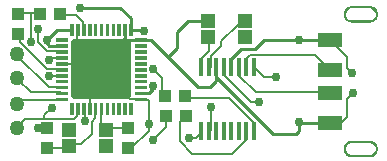
<source format=gbr>
G04 EAGLE Gerber RS-274X export*
G75*
%MOMM*%
%FSLAX34Y34*%
%LPD*%
%INTop Copper*%
%IPPOS*%
%AMOC8*
5,1,8,0,0,1.08239X$1,22.5*%
G01*
%ADD10R,1.100000X1.000000*%
%ADD11R,1.000000X1.100000*%
%ADD12C,0.508000*%
%ADD13C,0.075000*%
%ADD14R,1.300000X1.200000*%
%ADD15C,1.270000*%
%ADD16R,0.350000X1.550000*%
%ADD17R,2.000000X1.200000*%
%ADD18C,0.152400*%
%ADD19C,0.756400*%
%ADD20C,0.254000*%

G36*
X1264100Y459995D02*
X1264100Y459995D01*
X1264101Y459995D01*
X1265466Y460130D01*
X1265467Y460130D01*
X1266780Y460528D01*
X1266781Y460529D01*
X1266781Y460528D01*
X1267991Y461175D01*
X1267992Y461176D01*
X1269053Y462046D01*
X1269053Y462047D01*
X1269054Y462047D01*
X1269924Y463108D01*
X1269924Y463109D01*
X1269925Y463109D01*
X1270572Y464319D01*
X1270571Y464320D01*
X1270572Y464320D01*
X1270970Y465633D01*
X1270970Y465634D01*
X1271105Y467000D01*
X1271105Y467001D01*
X1270970Y468366D01*
X1270970Y468367D01*
X1270572Y469680D01*
X1270571Y469681D01*
X1270572Y469681D01*
X1269925Y470891D01*
X1269924Y470892D01*
X1269054Y471953D01*
X1269053Y471953D01*
X1269053Y471954D01*
X1267992Y472824D01*
X1267991Y472824D01*
X1267991Y472825D01*
X1266781Y473472D01*
X1266780Y473471D01*
X1266780Y473472D01*
X1265467Y473870D01*
X1265466Y473870D01*
X1264101Y474005D01*
X1264100Y474005D01*
X1249100Y474005D01*
X1247734Y473870D01*
X1247733Y473870D01*
X1246420Y473472D01*
X1246419Y473471D01*
X1246419Y473472D01*
X1245209Y472825D01*
X1245208Y472824D01*
X1244147Y471954D01*
X1244147Y471953D01*
X1244146Y471953D01*
X1243276Y470892D01*
X1243276Y470891D01*
X1243275Y470891D01*
X1242628Y469681D01*
X1242629Y469680D01*
X1242628Y469680D01*
X1242230Y468367D01*
X1242230Y468366D01*
X1242095Y467001D01*
X1242095Y467000D01*
X1242230Y465634D01*
X1242230Y465633D01*
X1242628Y464320D01*
X1242629Y464319D01*
X1242628Y464319D01*
X1243275Y463109D01*
X1243276Y463108D01*
X1244146Y462047D01*
X1244147Y462047D01*
X1244147Y462046D01*
X1245208Y461176D01*
X1245209Y461176D01*
X1245209Y461175D01*
X1246419Y460528D01*
X1246420Y460529D01*
X1246420Y460528D01*
X1247733Y460130D01*
X1247734Y460130D01*
X1249100Y459995D01*
X1264100Y459995D01*
X1264100Y459995D01*
G37*
G36*
X1264100Y345995D02*
X1264100Y345995D01*
X1264101Y345995D01*
X1265466Y346130D01*
X1265467Y346130D01*
X1266780Y346528D01*
X1266781Y346529D01*
X1266781Y346528D01*
X1267991Y347175D01*
X1267992Y347176D01*
X1269053Y348046D01*
X1269053Y348047D01*
X1269054Y348047D01*
X1269924Y349108D01*
X1269924Y349109D01*
X1269925Y349109D01*
X1270572Y350319D01*
X1270571Y350320D01*
X1270572Y350320D01*
X1270970Y351633D01*
X1270970Y351634D01*
X1271105Y353000D01*
X1271105Y353001D01*
X1270970Y354366D01*
X1270970Y354367D01*
X1270572Y355680D01*
X1270571Y355681D01*
X1270572Y355681D01*
X1269925Y356891D01*
X1269924Y356892D01*
X1269054Y357953D01*
X1269053Y357953D01*
X1269053Y357954D01*
X1267992Y358824D01*
X1267991Y358824D01*
X1267991Y358825D01*
X1266781Y359472D01*
X1266780Y359471D01*
X1266780Y359472D01*
X1265467Y359870D01*
X1265466Y359870D01*
X1264101Y360005D01*
X1264100Y360005D01*
X1249100Y360005D01*
X1247734Y359870D01*
X1247733Y359870D01*
X1246420Y359472D01*
X1246419Y359471D01*
X1246419Y359472D01*
X1245209Y358825D01*
X1245208Y358824D01*
X1244147Y357954D01*
X1244147Y357953D01*
X1244146Y357953D01*
X1243276Y356892D01*
X1243276Y356891D01*
X1243275Y356891D01*
X1242628Y355681D01*
X1242629Y355680D01*
X1242628Y355680D01*
X1242230Y354367D01*
X1242230Y354366D01*
X1242095Y353001D01*
X1242095Y353000D01*
X1242230Y351634D01*
X1242230Y351633D01*
X1242628Y350320D01*
X1242629Y350319D01*
X1242628Y350319D01*
X1243275Y349109D01*
X1243276Y349108D01*
X1244146Y348047D01*
X1244147Y348047D01*
X1244147Y348046D01*
X1245208Y347176D01*
X1245209Y347176D01*
X1245209Y347175D01*
X1246419Y346528D01*
X1246420Y346529D01*
X1246420Y346528D01*
X1247733Y346130D01*
X1247734Y346130D01*
X1249100Y345995D01*
X1264100Y345995D01*
X1264100Y345995D01*
G37*
%LPC*%
G36*
X1249100Y462005D02*
X1249100Y462005D01*
X1247989Y462130D01*
X1246933Y462500D01*
X1245986Y463095D01*
X1245195Y463886D01*
X1244600Y464833D01*
X1244230Y465889D01*
X1244105Y467000D01*
X1244106Y467009D01*
X1244107Y467014D01*
X1244107Y467019D01*
X1244108Y467024D01*
X1244108Y467029D01*
X1244109Y467034D01*
X1244109Y467039D01*
X1244110Y467044D01*
X1244111Y467049D01*
X1244113Y467074D01*
X1244114Y467079D01*
X1244114Y467084D01*
X1244115Y467089D01*
X1244116Y467094D01*
X1244116Y467099D01*
X1244117Y467104D01*
X1244117Y467109D01*
X1244120Y467133D01*
X1244120Y467134D01*
X1244121Y467138D01*
X1244121Y467139D01*
X1244121Y467143D01*
X1244122Y467148D01*
X1244122Y467153D01*
X1244123Y467158D01*
X1244123Y467163D01*
X1244124Y467168D01*
X1244127Y467193D01*
X1244127Y467198D01*
X1244128Y467203D01*
X1244128Y467208D01*
X1244129Y467213D01*
X1244130Y467218D01*
X1244130Y467223D01*
X1244131Y467228D01*
X1244133Y467253D01*
X1244134Y467253D01*
X1244134Y467258D01*
X1244135Y467263D01*
X1244135Y467268D01*
X1244136Y467273D01*
X1244136Y467278D01*
X1244137Y467283D01*
X1244137Y467288D01*
X1244138Y467292D01*
X1244138Y467293D01*
X1244140Y467312D01*
X1244141Y467317D01*
X1244141Y467322D01*
X1244142Y467327D01*
X1244142Y467332D01*
X1244143Y467337D01*
X1244144Y467342D01*
X1244144Y467347D01*
X1244145Y467352D01*
X1244147Y467372D01*
X1244147Y467377D01*
X1244148Y467377D01*
X1244147Y467377D01*
X1244148Y467382D01*
X1244149Y467387D01*
X1244149Y467392D01*
X1244150Y467397D01*
X1244150Y467402D01*
X1244151Y467407D01*
X1244151Y467412D01*
X1244154Y467432D01*
X1244154Y467437D01*
X1244155Y467442D01*
X1244155Y467447D01*
X1244156Y467451D01*
X1244156Y467452D01*
X1244156Y467456D01*
X1244156Y467457D01*
X1244157Y467461D01*
X1244158Y467466D01*
X1244158Y467471D01*
X1244160Y467491D01*
X1244161Y467496D01*
X1244161Y467501D01*
X1244162Y467501D01*
X1244161Y467501D01*
X1244162Y467506D01*
X1244163Y467511D01*
X1244163Y467516D01*
X1244164Y467521D01*
X1244164Y467526D01*
X1244165Y467531D01*
X1244167Y467551D01*
X1244168Y467556D01*
X1244168Y467561D01*
X1244169Y467566D01*
X1244169Y467571D01*
X1244170Y467576D01*
X1244170Y467581D01*
X1244171Y467586D01*
X1244172Y467591D01*
X1244174Y467610D01*
X1244174Y467611D01*
X1244174Y467615D01*
X1244174Y467616D01*
X1244175Y467620D01*
X1244175Y467625D01*
X1244176Y467625D01*
X1244175Y467625D01*
X1244176Y467630D01*
X1244177Y467635D01*
X1244177Y467640D01*
X1244178Y467645D01*
X1244178Y467650D01*
X1244181Y467670D01*
X1244181Y467675D01*
X1244182Y467680D01*
X1244182Y467685D01*
X1244183Y467690D01*
X1244183Y467695D01*
X1244184Y467700D01*
X1244184Y467705D01*
X1244185Y467710D01*
X1244187Y467730D01*
X1244188Y467735D01*
X1244188Y467740D01*
X1244189Y467745D01*
X1244189Y467750D01*
X1244190Y467750D01*
X1244189Y467750D01*
X1244190Y467755D01*
X1244191Y467760D01*
X1244191Y467765D01*
X1244192Y467769D01*
X1244192Y467770D01*
X1244195Y467794D01*
X1244195Y467799D01*
X1244196Y467804D01*
X1244196Y467809D01*
X1244197Y467814D01*
X1244197Y467819D01*
X1244198Y467824D01*
X1244198Y467829D01*
X1244201Y467854D01*
X1244202Y467859D01*
X1244202Y467864D01*
X1244203Y467869D01*
X1244203Y467874D01*
X1244204Y467874D01*
X1244203Y467874D01*
X1244204Y467879D01*
X1244205Y467884D01*
X1244205Y467889D01*
X1244208Y467914D01*
X1244209Y467919D01*
X1244209Y467924D01*
X1244210Y467928D01*
X1244210Y467929D01*
X1244210Y467933D01*
X1244210Y467934D01*
X1244211Y467938D01*
X1244211Y467943D01*
X1244212Y467948D01*
X1244212Y467953D01*
X1244215Y467973D01*
X1244215Y467978D01*
X1244216Y467983D01*
X1244216Y467988D01*
X1244217Y467993D01*
X1244217Y467998D01*
X1244218Y467998D01*
X1244217Y467998D01*
X1244218Y468003D01*
X1244219Y468008D01*
X1244219Y468013D01*
X1244221Y468033D01*
X1244222Y468038D01*
X1244223Y468043D01*
X1244223Y468048D01*
X1244224Y468053D01*
X1244224Y468058D01*
X1244225Y468063D01*
X1244225Y468068D01*
X1244226Y468073D01*
X1244228Y468092D01*
X1244228Y468093D01*
X1244229Y468097D01*
X1244229Y468102D01*
X1244230Y468107D01*
X1244230Y468111D01*
X1244600Y469167D01*
X1245195Y470114D01*
X1245986Y470905D01*
X1246933Y471500D01*
X1247989Y471870D01*
X1249100Y471995D01*
X1264100Y471995D01*
X1265211Y471870D01*
X1266267Y471500D01*
X1267214Y470905D01*
X1268005Y470114D01*
X1268600Y469167D01*
X1268970Y468111D01*
X1269095Y467000D01*
X1269095Y466997D01*
X1269094Y466992D01*
X1269094Y466987D01*
X1269093Y466987D01*
X1269094Y466987D01*
X1269093Y466982D01*
X1269092Y466977D01*
X1269092Y466972D01*
X1269091Y466967D01*
X1269089Y466947D01*
X1269088Y466942D01*
X1269088Y466937D01*
X1269087Y466932D01*
X1269087Y466927D01*
X1269086Y466922D01*
X1269086Y466917D01*
X1269085Y466912D01*
X1269085Y466907D01*
X1269082Y466887D01*
X1269082Y466882D01*
X1269081Y466877D01*
X1269081Y466872D01*
X1269080Y466867D01*
X1269080Y466862D01*
X1269079Y466862D01*
X1269080Y466862D01*
X1269079Y466858D01*
X1269079Y466857D01*
X1269078Y466853D01*
X1269078Y466852D01*
X1269078Y466848D01*
X1269076Y466828D01*
X1269075Y466823D01*
X1269074Y466818D01*
X1269074Y466813D01*
X1269073Y466808D01*
X1269073Y466803D01*
X1269072Y466798D01*
X1269072Y466793D01*
X1269071Y466788D01*
X1269068Y466763D01*
X1269068Y466758D01*
X1269067Y466753D01*
X1269067Y466748D01*
X1269066Y466743D01*
X1269066Y466738D01*
X1269065Y466738D01*
X1269066Y466738D01*
X1269065Y466733D01*
X1269064Y466728D01*
X1269062Y466703D01*
X1269061Y466699D01*
X1269061Y466698D01*
X1269060Y466694D01*
X1269060Y466693D01*
X1269060Y466689D01*
X1269059Y466684D01*
X1269059Y466679D01*
X1269058Y466674D01*
X1269058Y466669D01*
X1269055Y466644D01*
X1269054Y466639D01*
X1269054Y466634D01*
X1269053Y466629D01*
X1269053Y466624D01*
X1269052Y466619D01*
X1269052Y466614D01*
X1269051Y466614D01*
X1269052Y466614D01*
X1269051Y466609D01*
X1269048Y466584D01*
X1269048Y466579D01*
X1269047Y466574D01*
X1269046Y466569D01*
X1269046Y466564D01*
X1269045Y466559D01*
X1269045Y466554D01*
X1269044Y466549D01*
X1269044Y466544D01*
X1269041Y466525D01*
X1269041Y466520D01*
X1269040Y466515D01*
X1269040Y466510D01*
X1269039Y466505D01*
X1269039Y466500D01*
X1269038Y466495D01*
X1269038Y466490D01*
X1269037Y466490D01*
X1269038Y466490D01*
X1269037Y466485D01*
X1269035Y466465D01*
X1269034Y466460D01*
X1269034Y466455D01*
X1269033Y466450D01*
X1269032Y466445D01*
X1269032Y466440D01*
X1269031Y466435D01*
X1269031Y466430D01*
X1269030Y466425D01*
X1269028Y466405D01*
X1269027Y466400D01*
X1269027Y466395D01*
X1269026Y466390D01*
X1269026Y466385D01*
X1269025Y466381D01*
X1269025Y466380D01*
X1269025Y466376D01*
X1269025Y466375D01*
X1269024Y466371D01*
X1269024Y466366D01*
X1269023Y466366D01*
X1269024Y466366D01*
X1269021Y466346D01*
X1269021Y466341D01*
X1269020Y466336D01*
X1269020Y466331D01*
X1269019Y466326D01*
X1269018Y466321D01*
X1269018Y466316D01*
X1269017Y466311D01*
X1269017Y466306D01*
X1269015Y466286D01*
X1269014Y466281D01*
X1269013Y466276D01*
X1269013Y466271D01*
X1269012Y466266D01*
X1269012Y466261D01*
X1269011Y466256D01*
X1269011Y466251D01*
X1269010Y466246D01*
X1269008Y466226D01*
X1269007Y466222D01*
X1269007Y466221D01*
X1269007Y466217D01*
X1269007Y466216D01*
X1269006Y466212D01*
X1269006Y466207D01*
X1269005Y466202D01*
X1269004Y466197D01*
X1269004Y466192D01*
X1269003Y466187D01*
X1269001Y466167D01*
X1269001Y466162D01*
X1269000Y466157D01*
X1268999Y466152D01*
X1268999Y466147D01*
X1268998Y466142D01*
X1268998Y466137D01*
X1268997Y466132D01*
X1268997Y466127D01*
X1268994Y466107D01*
X1268994Y466102D01*
X1268993Y466097D01*
X1268993Y466092D01*
X1268992Y466087D01*
X1268992Y466082D01*
X1268991Y466077D01*
X1268990Y466072D01*
X1268990Y466067D01*
X1268987Y466043D01*
X1268987Y466038D01*
X1268986Y466033D01*
X1268985Y466028D01*
X1268985Y466023D01*
X1268984Y466018D01*
X1268984Y466013D01*
X1268983Y466008D01*
X1268980Y465983D01*
X1268980Y465978D01*
X1268979Y465973D01*
X1268979Y465968D01*
X1268978Y465963D01*
X1268978Y465958D01*
X1268977Y465953D01*
X1268976Y465948D01*
X1268974Y465923D01*
X1268973Y465918D01*
X1268973Y465913D01*
X1268972Y465908D01*
X1268971Y465904D01*
X1268971Y465903D01*
X1268971Y465899D01*
X1268971Y465898D01*
X1268970Y465894D01*
X1268970Y465889D01*
X1268600Y464833D01*
X1268005Y463886D01*
X1267214Y463095D01*
X1266267Y462500D01*
X1265211Y462130D01*
X1264100Y462005D01*
X1249100Y462005D01*
G37*
%LPD*%
%LPC*%
G36*
X1249100Y348005D02*
X1249100Y348005D01*
X1247989Y348130D01*
X1246933Y348500D01*
X1245986Y349095D01*
X1245195Y349886D01*
X1244600Y350833D01*
X1244230Y351889D01*
X1244105Y353000D01*
X1244106Y353009D01*
X1244107Y353014D01*
X1244107Y353019D01*
X1244108Y353024D01*
X1244108Y353029D01*
X1244109Y353034D01*
X1244109Y353039D01*
X1244110Y353044D01*
X1244111Y353049D01*
X1244113Y353074D01*
X1244114Y353079D01*
X1244114Y353084D01*
X1244115Y353089D01*
X1244116Y353094D01*
X1244116Y353099D01*
X1244117Y353104D01*
X1244117Y353109D01*
X1244120Y353133D01*
X1244120Y353134D01*
X1244121Y353138D01*
X1244121Y353139D01*
X1244121Y353143D01*
X1244122Y353148D01*
X1244122Y353153D01*
X1244123Y353158D01*
X1244123Y353163D01*
X1244124Y353168D01*
X1244127Y353193D01*
X1244127Y353198D01*
X1244128Y353203D01*
X1244128Y353208D01*
X1244129Y353213D01*
X1244130Y353218D01*
X1244130Y353223D01*
X1244131Y353228D01*
X1244133Y353253D01*
X1244134Y353253D01*
X1244134Y353258D01*
X1244135Y353263D01*
X1244135Y353268D01*
X1244136Y353273D01*
X1244136Y353278D01*
X1244137Y353283D01*
X1244137Y353288D01*
X1244138Y353292D01*
X1244138Y353293D01*
X1244140Y353312D01*
X1244141Y353317D01*
X1244141Y353322D01*
X1244142Y353327D01*
X1244142Y353332D01*
X1244143Y353337D01*
X1244144Y353342D01*
X1244144Y353347D01*
X1244145Y353352D01*
X1244147Y353372D01*
X1244147Y353377D01*
X1244148Y353377D01*
X1244147Y353377D01*
X1244148Y353382D01*
X1244149Y353387D01*
X1244149Y353392D01*
X1244150Y353397D01*
X1244150Y353402D01*
X1244151Y353407D01*
X1244151Y353412D01*
X1244154Y353432D01*
X1244154Y353437D01*
X1244155Y353442D01*
X1244155Y353447D01*
X1244156Y353451D01*
X1244156Y353452D01*
X1244156Y353456D01*
X1244156Y353457D01*
X1244157Y353461D01*
X1244158Y353466D01*
X1244158Y353471D01*
X1244160Y353491D01*
X1244161Y353496D01*
X1244161Y353501D01*
X1244162Y353501D01*
X1244161Y353501D01*
X1244162Y353506D01*
X1244163Y353511D01*
X1244163Y353516D01*
X1244164Y353521D01*
X1244164Y353526D01*
X1244165Y353531D01*
X1244167Y353551D01*
X1244168Y353556D01*
X1244168Y353561D01*
X1244169Y353566D01*
X1244169Y353571D01*
X1244170Y353576D01*
X1244170Y353581D01*
X1244171Y353586D01*
X1244172Y353591D01*
X1244174Y353610D01*
X1244174Y353611D01*
X1244174Y353615D01*
X1244174Y353616D01*
X1244175Y353620D01*
X1244175Y353625D01*
X1244176Y353625D01*
X1244175Y353625D01*
X1244176Y353630D01*
X1244177Y353635D01*
X1244177Y353640D01*
X1244178Y353645D01*
X1244178Y353650D01*
X1244181Y353670D01*
X1244181Y353675D01*
X1244182Y353680D01*
X1244182Y353685D01*
X1244183Y353690D01*
X1244183Y353695D01*
X1244184Y353700D01*
X1244184Y353705D01*
X1244185Y353710D01*
X1244187Y353730D01*
X1244188Y353735D01*
X1244188Y353740D01*
X1244189Y353745D01*
X1244189Y353750D01*
X1244190Y353750D01*
X1244189Y353750D01*
X1244190Y353755D01*
X1244191Y353760D01*
X1244191Y353765D01*
X1244192Y353769D01*
X1244192Y353770D01*
X1244195Y353794D01*
X1244195Y353799D01*
X1244196Y353804D01*
X1244196Y353809D01*
X1244197Y353814D01*
X1244197Y353819D01*
X1244198Y353824D01*
X1244198Y353829D01*
X1244201Y353854D01*
X1244202Y353859D01*
X1244202Y353864D01*
X1244203Y353869D01*
X1244203Y353874D01*
X1244204Y353874D01*
X1244203Y353874D01*
X1244204Y353879D01*
X1244205Y353884D01*
X1244205Y353889D01*
X1244208Y353914D01*
X1244209Y353919D01*
X1244209Y353924D01*
X1244210Y353928D01*
X1244210Y353929D01*
X1244210Y353933D01*
X1244210Y353934D01*
X1244211Y353938D01*
X1244211Y353943D01*
X1244212Y353948D01*
X1244212Y353953D01*
X1244215Y353973D01*
X1244215Y353978D01*
X1244216Y353983D01*
X1244216Y353988D01*
X1244217Y353993D01*
X1244217Y353998D01*
X1244218Y353998D01*
X1244217Y353998D01*
X1244218Y354003D01*
X1244219Y354008D01*
X1244219Y354013D01*
X1244221Y354033D01*
X1244222Y354038D01*
X1244223Y354043D01*
X1244223Y354048D01*
X1244224Y354053D01*
X1244224Y354058D01*
X1244225Y354063D01*
X1244225Y354068D01*
X1244226Y354073D01*
X1244228Y354092D01*
X1244228Y354093D01*
X1244229Y354097D01*
X1244229Y354102D01*
X1244230Y354107D01*
X1244230Y354111D01*
X1244600Y355167D01*
X1245195Y356114D01*
X1245986Y356905D01*
X1246933Y357500D01*
X1247989Y357870D01*
X1249100Y357995D01*
X1264100Y357995D01*
X1265211Y357870D01*
X1266267Y357500D01*
X1267214Y356905D01*
X1268005Y356114D01*
X1268600Y355167D01*
X1268970Y354111D01*
X1269095Y353000D01*
X1269095Y352997D01*
X1269094Y352992D01*
X1269094Y352987D01*
X1269093Y352987D01*
X1269094Y352987D01*
X1269093Y352982D01*
X1269092Y352977D01*
X1269092Y352972D01*
X1269091Y352967D01*
X1269089Y352947D01*
X1269088Y352942D01*
X1269088Y352937D01*
X1269087Y352932D01*
X1269087Y352927D01*
X1269086Y352922D01*
X1269086Y352917D01*
X1269085Y352912D01*
X1269085Y352907D01*
X1269082Y352887D01*
X1269082Y352882D01*
X1269081Y352877D01*
X1269081Y352872D01*
X1269080Y352867D01*
X1269080Y352862D01*
X1269079Y352862D01*
X1269080Y352862D01*
X1269079Y352858D01*
X1269079Y352857D01*
X1269078Y352853D01*
X1269078Y352852D01*
X1269078Y352848D01*
X1269076Y352828D01*
X1269075Y352823D01*
X1269074Y352818D01*
X1269074Y352813D01*
X1269073Y352808D01*
X1269073Y352803D01*
X1269072Y352798D01*
X1269072Y352793D01*
X1269071Y352788D01*
X1269068Y352763D01*
X1269068Y352758D01*
X1269067Y352753D01*
X1269067Y352748D01*
X1269066Y352743D01*
X1269066Y352738D01*
X1269065Y352738D01*
X1269066Y352738D01*
X1269065Y352733D01*
X1269064Y352728D01*
X1269062Y352703D01*
X1269061Y352699D01*
X1269061Y352698D01*
X1269060Y352694D01*
X1269060Y352693D01*
X1269060Y352689D01*
X1269059Y352684D01*
X1269059Y352679D01*
X1269058Y352674D01*
X1269058Y352669D01*
X1269055Y352644D01*
X1269054Y352639D01*
X1269054Y352634D01*
X1269053Y352629D01*
X1269053Y352624D01*
X1269052Y352619D01*
X1269052Y352614D01*
X1269051Y352614D01*
X1269052Y352614D01*
X1269051Y352609D01*
X1269048Y352584D01*
X1269048Y352579D01*
X1269047Y352574D01*
X1269046Y352569D01*
X1269046Y352564D01*
X1269045Y352559D01*
X1269045Y352554D01*
X1269044Y352549D01*
X1269044Y352544D01*
X1269041Y352525D01*
X1269041Y352520D01*
X1269040Y352515D01*
X1269040Y352510D01*
X1269039Y352505D01*
X1269039Y352500D01*
X1269038Y352495D01*
X1269038Y352490D01*
X1269037Y352490D01*
X1269038Y352490D01*
X1269037Y352485D01*
X1269035Y352465D01*
X1269034Y352460D01*
X1269034Y352455D01*
X1269033Y352450D01*
X1269032Y352445D01*
X1269032Y352440D01*
X1269031Y352435D01*
X1269031Y352430D01*
X1269030Y352425D01*
X1269028Y352405D01*
X1269027Y352400D01*
X1269027Y352395D01*
X1269026Y352390D01*
X1269026Y352385D01*
X1269025Y352381D01*
X1269025Y352380D01*
X1269025Y352376D01*
X1269025Y352375D01*
X1269024Y352371D01*
X1269024Y352366D01*
X1269023Y352366D01*
X1269024Y352366D01*
X1269021Y352346D01*
X1269021Y352341D01*
X1269020Y352336D01*
X1269020Y352331D01*
X1269019Y352326D01*
X1269018Y352321D01*
X1269018Y352316D01*
X1269017Y352311D01*
X1269017Y352306D01*
X1269015Y352286D01*
X1269014Y352281D01*
X1269013Y352276D01*
X1269013Y352271D01*
X1269012Y352266D01*
X1269012Y352261D01*
X1269011Y352256D01*
X1269011Y352251D01*
X1269010Y352246D01*
X1269008Y352226D01*
X1269007Y352222D01*
X1269007Y352221D01*
X1269007Y352217D01*
X1269007Y352216D01*
X1269006Y352212D01*
X1269006Y352207D01*
X1269005Y352202D01*
X1269004Y352197D01*
X1269004Y352192D01*
X1269003Y352187D01*
X1269001Y352167D01*
X1269001Y352162D01*
X1269000Y352157D01*
X1268999Y352152D01*
X1268999Y352147D01*
X1268998Y352142D01*
X1268998Y352137D01*
X1268997Y352132D01*
X1268997Y352127D01*
X1268994Y352107D01*
X1268994Y352102D01*
X1268993Y352097D01*
X1268993Y352092D01*
X1268992Y352087D01*
X1268992Y352082D01*
X1268991Y352077D01*
X1268990Y352072D01*
X1268990Y352067D01*
X1268987Y352043D01*
X1268987Y352038D01*
X1268986Y352033D01*
X1268985Y352028D01*
X1268985Y352023D01*
X1268984Y352018D01*
X1268984Y352013D01*
X1268983Y352008D01*
X1268980Y351983D01*
X1268980Y351978D01*
X1268979Y351973D01*
X1268979Y351968D01*
X1268978Y351963D01*
X1268978Y351958D01*
X1268977Y351953D01*
X1268976Y351948D01*
X1268974Y351923D01*
X1268973Y351918D01*
X1268973Y351913D01*
X1268972Y351908D01*
X1268971Y351904D01*
X1268971Y351903D01*
X1268971Y351899D01*
X1268971Y351898D01*
X1268970Y351894D01*
X1268970Y351889D01*
X1268600Y350833D01*
X1268005Y349886D01*
X1267214Y349095D01*
X1266267Y348500D01*
X1265211Y348130D01*
X1264100Y348005D01*
X1249100Y348005D01*
G37*
%LPD*%
D10*
X984640Y467360D03*
X1001640Y467360D03*
D11*
X966470Y466970D03*
X966470Y449970D03*
D12*
X1013714Y397510D02*
X1059434Y397510D01*
X1013714Y397510D02*
X1013714Y443230D01*
X1059434Y443230D01*
X1059434Y397510D01*
X1059434Y402336D02*
X1013714Y402336D01*
X1013714Y407162D02*
X1059434Y407162D01*
X1059434Y411988D02*
X1013714Y411988D01*
X1013714Y416814D02*
X1059434Y416814D01*
X1059434Y421640D02*
X1013714Y421640D01*
X1013714Y426466D02*
X1059434Y426466D01*
X1059434Y431292D02*
X1013714Y431292D01*
X1013714Y436118D02*
X1059434Y436118D01*
X1059434Y440944D02*
X1013714Y440944D01*
D13*
X1007699Y446495D02*
X998449Y446495D01*
X1007699Y446495D02*
X1007699Y444245D01*
X998449Y444245D01*
X998449Y446495D01*
X998449Y444957D02*
X1007699Y444957D01*
X1007699Y445669D02*
X998449Y445669D01*
X998449Y446381D02*
X1007699Y446381D01*
X1007699Y441495D02*
X998449Y441495D01*
X1007699Y441495D02*
X1007699Y439245D01*
X998449Y439245D01*
X998449Y441495D01*
X998449Y439957D02*
X1007699Y439957D01*
X1007699Y440669D02*
X998449Y440669D01*
X998449Y441381D02*
X1007699Y441381D01*
X1007699Y436495D02*
X998449Y436495D01*
X1007699Y436495D02*
X1007699Y434245D01*
X998449Y434245D01*
X998449Y436495D01*
X998449Y434957D02*
X1007699Y434957D01*
X1007699Y435669D02*
X998449Y435669D01*
X998449Y436381D02*
X1007699Y436381D01*
X1007699Y431495D02*
X998449Y431495D01*
X1007699Y431495D02*
X1007699Y429245D01*
X998449Y429245D01*
X998449Y431495D01*
X998449Y429957D02*
X1007699Y429957D01*
X1007699Y430669D02*
X998449Y430669D01*
X998449Y431381D02*
X1007699Y431381D01*
X1007699Y426495D02*
X998449Y426495D01*
X1007699Y426495D02*
X1007699Y424245D01*
X998449Y424245D01*
X998449Y426495D01*
X998449Y424957D02*
X1007699Y424957D01*
X1007699Y425669D02*
X998449Y425669D01*
X998449Y426381D02*
X1007699Y426381D01*
X1007699Y421495D02*
X998449Y421495D01*
X1007699Y421495D02*
X1007699Y419245D01*
X998449Y419245D01*
X998449Y421495D01*
X998449Y419957D02*
X1007699Y419957D01*
X1007699Y420669D02*
X998449Y420669D01*
X998449Y421381D02*
X1007699Y421381D01*
X1007699Y416495D02*
X998449Y416495D01*
X1007699Y416495D02*
X1007699Y414245D01*
X998449Y414245D01*
X998449Y416495D01*
X998449Y414957D02*
X1007699Y414957D01*
X1007699Y415669D02*
X998449Y415669D01*
X998449Y416381D02*
X1007699Y416381D01*
X1007699Y411495D02*
X998449Y411495D01*
X1007699Y411495D02*
X1007699Y409245D01*
X998449Y409245D01*
X998449Y411495D01*
X998449Y409957D02*
X1007699Y409957D01*
X1007699Y410669D02*
X998449Y410669D01*
X998449Y411381D02*
X1007699Y411381D01*
X1007699Y406495D02*
X998449Y406495D01*
X1007699Y406495D02*
X1007699Y404245D01*
X998449Y404245D01*
X998449Y406495D01*
X998449Y404957D02*
X1007699Y404957D01*
X1007699Y405669D02*
X998449Y405669D01*
X998449Y406381D02*
X1007699Y406381D01*
X1007699Y401495D02*
X998449Y401495D01*
X1007699Y401495D02*
X1007699Y399245D01*
X998449Y399245D01*
X998449Y401495D01*
X998449Y399957D02*
X1007699Y399957D01*
X1007699Y400669D02*
X998449Y400669D01*
X998449Y401381D02*
X1007699Y401381D01*
X1007699Y396495D02*
X998449Y396495D01*
X1007699Y396495D02*
X1007699Y394245D01*
X998449Y394245D01*
X998449Y396495D01*
X998449Y394957D02*
X1007699Y394957D01*
X1007699Y395669D02*
X998449Y395669D01*
X998449Y396381D02*
X1007699Y396381D01*
X1010449Y391495D02*
X1010449Y382245D01*
X1010449Y391495D02*
X1012699Y391495D01*
X1012699Y382245D01*
X1010449Y382245D01*
X1010449Y382957D02*
X1012699Y382957D01*
X1012699Y383669D02*
X1010449Y383669D01*
X1010449Y384381D02*
X1012699Y384381D01*
X1012699Y385093D02*
X1010449Y385093D01*
X1010449Y385805D02*
X1012699Y385805D01*
X1012699Y386517D02*
X1010449Y386517D01*
X1010449Y387229D02*
X1012699Y387229D01*
X1012699Y387941D02*
X1010449Y387941D01*
X1010449Y388653D02*
X1012699Y388653D01*
X1012699Y389365D02*
X1010449Y389365D01*
X1010449Y390077D02*
X1012699Y390077D01*
X1012699Y390789D02*
X1010449Y390789D01*
X1015449Y391495D02*
X1015449Y382245D01*
X1015449Y391495D02*
X1017699Y391495D01*
X1017699Y382245D01*
X1015449Y382245D01*
X1015449Y382957D02*
X1017699Y382957D01*
X1017699Y383669D02*
X1015449Y383669D01*
X1015449Y384381D02*
X1017699Y384381D01*
X1017699Y385093D02*
X1015449Y385093D01*
X1015449Y385805D02*
X1017699Y385805D01*
X1017699Y386517D02*
X1015449Y386517D01*
X1015449Y387229D02*
X1017699Y387229D01*
X1017699Y387941D02*
X1015449Y387941D01*
X1015449Y388653D02*
X1017699Y388653D01*
X1017699Y389365D02*
X1015449Y389365D01*
X1015449Y390077D02*
X1017699Y390077D01*
X1017699Y390789D02*
X1015449Y390789D01*
X1020449Y391495D02*
X1020449Y382245D01*
X1020449Y391495D02*
X1022699Y391495D01*
X1022699Y382245D01*
X1020449Y382245D01*
X1020449Y382957D02*
X1022699Y382957D01*
X1022699Y383669D02*
X1020449Y383669D01*
X1020449Y384381D02*
X1022699Y384381D01*
X1022699Y385093D02*
X1020449Y385093D01*
X1020449Y385805D02*
X1022699Y385805D01*
X1022699Y386517D02*
X1020449Y386517D01*
X1020449Y387229D02*
X1022699Y387229D01*
X1022699Y387941D02*
X1020449Y387941D01*
X1020449Y388653D02*
X1022699Y388653D01*
X1022699Y389365D02*
X1020449Y389365D01*
X1020449Y390077D02*
X1022699Y390077D01*
X1022699Y390789D02*
X1020449Y390789D01*
X1025449Y391495D02*
X1025449Y382245D01*
X1025449Y391495D02*
X1027699Y391495D01*
X1027699Y382245D01*
X1025449Y382245D01*
X1025449Y382957D02*
X1027699Y382957D01*
X1027699Y383669D02*
X1025449Y383669D01*
X1025449Y384381D02*
X1027699Y384381D01*
X1027699Y385093D02*
X1025449Y385093D01*
X1025449Y385805D02*
X1027699Y385805D01*
X1027699Y386517D02*
X1025449Y386517D01*
X1025449Y387229D02*
X1027699Y387229D01*
X1027699Y387941D02*
X1025449Y387941D01*
X1025449Y388653D02*
X1027699Y388653D01*
X1027699Y389365D02*
X1025449Y389365D01*
X1025449Y390077D02*
X1027699Y390077D01*
X1027699Y390789D02*
X1025449Y390789D01*
X1030449Y391495D02*
X1030449Y382245D01*
X1030449Y391495D02*
X1032699Y391495D01*
X1032699Y382245D01*
X1030449Y382245D01*
X1030449Y382957D02*
X1032699Y382957D01*
X1032699Y383669D02*
X1030449Y383669D01*
X1030449Y384381D02*
X1032699Y384381D01*
X1032699Y385093D02*
X1030449Y385093D01*
X1030449Y385805D02*
X1032699Y385805D01*
X1032699Y386517D02*
X1030449Y386517D01*
X1030449Y387229D02*
X1032699Y387229D01*
X1032699Y387941D02*
X1030449Y387941D01*
X1030449Y388653D02*
X1032699Y388653D01*
X1032699Y389365D02*
X1030449Y389365D01*
X1030449Y390077D02*
X1032699Y390077D01*
X1032699Y390789D02*
X1030449Y390789D01*
X1035449Y391495D02*
X1035449Y382245D01*
X1035449Y391495D02*
X1037699Y391495D01*
X1037699Y382245D01*
X1035449Y382245D01*
X1035449Y382957D02*
X1037699Y382957D01*
X1037699Y383669D02*
X1035449Y383669D01*
X1035449Y384381D02*
X1037699Y384381D01*
X1037699Y385093D02*
X1035449Y385093D01*
X1035449Y385805D02*
X1037699Y385805D01*
X1037699Y386517D02*
X1035449Y386517D01*
X1035449Y387229D02*
X1037699Y387229D01*
X1037699Y387941D02*
X1035449Y387941D01*
X1035449Y388653D02*
X1037699Y388653D01*
X1037699Y389365D02*
X1035449Y389365D01*
X1035449Y390077D02*
X1037699Y390077D01*
X1037699Y390789D02*
X1035449Y390789D01*
X1040449Y391495D02*
X1040449Y382245D01*
X1040449Y391495D02*
X1042699Y391495D01*
X1042699Y382245D01*
X1040449Y382245D01*
X1040449Y382957D02*
X1042699Y382957D01*
X1042699Y383669D02*
X1040449Y383669D01*
X1040449Y384381D02*
X1042699Y384381D01*
X1042699Y385093D02*
X1040449Y385093D01*
X1040449Y385805D02*
X1042699Y385805D01*
X1042699Y386517D02*
X1040449Y386517D01*
X1040449Y387229D02*
X1042699Y387229D01*
X1042699Y387941D02*
X1040449Y387941D01*
X1040449Y388653D02*
X1042699Y388653D01*
X1042699Y389365D02*
X1040449Y389365D01*
X1040449Y390077D02*
X1042699Y390077D01*
X1042699Y390789D02*
X1040449Y390789D01*
X1045449Y391495D02*
X1045449Y382245D01*
X1045449Y391495D02*
X1047699Y391495D01*
X1047699Y382245D01*
X1045449Y382245D01*
X1045449Y382957D02*
X1047699Y382957D01*
X1047699Y383669D02*
X1045449Y383669D01*
X1045449Y384381D02*
X1047699Y384381D01*
X1047699Y385093D02*
X1045449Y385093D01*
X1045449Y385805D02*
X1047699Y385805D01*
X1047699Y386517D02*
X1045449Y386517D01*
X1045449Y387229D02*
X1047699Y387229D01*
X1047699Y387941D02*
X1045449Y387941D01*
X1045449Y388653D02*
X1047699Y388653D01*
X1047699Y389365D02*
X1045449Y389365D01*
X1045449Y390077D02*
X1047699Y390077D01*
X1047699Y390789D02*
X1045449Y390789D01*
X1050449Y391495D02*
X1050449Y382245D01*
X1050449Y391495D02*
X1052699Y391495D01*
X1052699Y382245D01*
X1050449Y382245D01*
X1050449Y382957D02*
X1052699Y382957D01*
X1052699Y383669D02*
X1050449Y383669D01*
X1050449Y384381D02*
X1052699Y384381D01*
X1052699Y385093D02*
X1050449Y385093D01*
X1050449Y385805D02*
X1052699Y385805D01*
X1052699Y386517D02*
X1050449Y386517D01*
X1050449Y387229D02*
X1052699Y387229D01*
X1052699Y387941D02*
X1050449Y387941D01*
X1050449Y388653D02*
X1052699Y388653D01*
X1052699Y389365D02*
X1050449Y389365D01*
X1050449Y390077D02*
X1052699Y390077D01*
X1052699Y390789D02*
X1050449Y390789D01*
X1055449Y391495D02*
X1055449Y382245D01*
X1055449Y391495D02*
X1057699Y391495D01*
X1057699Y382245D01*
X1055449Y382245D01*
X1055449Y382957D02*
X1057699Y382957D01*
X1057699Y383669D02*
X1055449Y383669D01*
X1055449Y384381D02*
X1057699Y384381D01*
X1057699Y385093D02*
X1055449Y385093D01*
X1055449Y385805D02*
X1057699Y385805D01*
X1057699Y386517D02*
X1055449Y386517D01*
X1055449Y387229D02*
X1057699Y387229D01*
X1057699Y387941D02*
X1055449Y387941D01*
X1055449Y388653D02*
X1057699Y388653D01*
X1057699Y389365D02*
X1055449Y389365D01*
X1055449Y390077D02*
X1057699Y390077D01*
X1057699Y390789D02*
X1055449Y390789D01*
X1060449Y391495D02*
X1060449Y382245D01*
X1060449Y391495D02*
X1062699Y391495D01*
X1062699Y382245D01*
X1060449Y382245D01*
X1060449Y382957D02*
X1062699Y382957D01*
X1062699Y383669D02*
X1060449Y383669D01*
X1060449Y384381D02*
X1062699Y384381D01*
X1062699Y385093D02*
X1060449Y385093D01*
X1060449Y385805D02*
X1062699Y385805D01*
X1062699Y386517D02*
X1060449Y386517D01*
X1060449Y387229D02*
X1062699Y387229D01*
X1062699Y387941D02*
X1060449Y387941D01*
X1060449Y388653D02*
X1062699Y388653D01*
X1062699Y389365D02*
X1060449Y389365D01*
X1060449Y390077D02*
X1062699Y390077D01*
X1062699Y390789D02*
X1060449Y390789D01*
X1065449Y394245D02*
X1074699Y394245D01*
X1065449Y394245D02*
X1065449Y396495D01*
X1074699Y396495D01*
X1074699Y394245D01*
X1074699Y394957D02*
X1065449Y394957D01*
X1065449Y395669D02*
X1074699Y395669D01*
X1074699Y396381D02*
X1065449Y396381D01*
X1065449Y399245D02*
X1074699Y399245D01*
X1065449Y399245D02*
X1065449Y401495D01*
X1074699Y401495D01*
X1074699Y399245D01*
X1074699Y399957D02*
X1065449Y399957D01*
X1065449Y400669D02*
X1074699Y400669D01*
X1074699Y401381D02*
X1065449Y401381D01*
X1065449Y404245D02*
X1074699Y404245D01*
X1065449Y404245D02*
X1065449Y406495D01*
X1074699Y406495D01*
X1074699Y404245D01*
X1074699Y404957D02*
X1065449Y404957D01*
X1065449Y405669D02*
X1074699Y405669D01*
X1074699Y406381D02*
X1065449Y406381D01*
X1065449Y409245D02*
X1074699Y409245D01*
X1065449Y409245D02*
X1065449Y411495D01*
X1074699Y411495D01*
X1074699Y409245D01*
X1074699Y409957D02*
X1065449Y409957D01*
X1065449Y410669D02*
X1074699Y410669D01*
X1074699Y411381D02*
X1065449Y411381D01*
X1065449Y414245D02*
X1074699Y414245D01*
X1065449Y414245D02*
X1065449Y416495D01*
X1074699Y416495D01*
X1074699Y414245D01*
X1074699Y414957D02*
X1065449Y414957D01*
X1065449Y415669D02*
X1074699Y415669D01*
X1074699Y416381D02*
X1065449Y416381D01*
X1065449Y419245D02*
X1074699Y419245D01*
X1065449Y419245D02*
X1065449Y421495D01*
X1074699Y421495D01*
X1074699Y419245D01*
X1074699Y419957D02*
X1065449Y419957D01*
X1065449Y420669D02*
X1074699Y420669D01*
X1074699Y421381D02*
X1065449Y421381D01*
X1065449Y424245D02*
X1074699Y424245D01*
X1065449Y424245D02*
X1065449Y426495D01*
X1074699Y426495D01*
X1074699Y424245D01*
X1074699Y424957D02*
X1065449Y424957D01*
X1065449Y425669D02*
X1074699Y425669D01*
X1074699Y426381D02*
X1065449Y426381D01*
X1065449Y429245D02*
X1074699Y429245D01*
X1065449Y429245D02*
X1065449Y431495D01*
X1074699Y431495D01*
X1074699Y429245D01*
X1074699Y429957D02*
X1065449Y429957D01*
X1065449Y430669D02*
X1074699Y430669D01*
X1074699Y431381D02*
X1065449Y431381D01*
X1065449Y434245D02*
X1074699Y434245D01*
X1065449Y434245D02*
X1065449Y436495D01*
X1074699Y436495D01*
X1074699Y434245D01*
X1074699Y434957D02*
X1065449Y434957D01*
X1065449Y435669D02*
X1074699Y435669D01*
X1074699Y436381D02*
X1065449Y436381D01*
X1065449Y439245D02*
X1074699Y439245D01*
X1065449Y439245D02*
X1065449Y441495D01*
X1074699Y441495D01*
X1074699Y439245D01*
X1074699Y439957D02*
X1065449Y439957D01*
X1065449Y440669D02*
X1074699Y440669D01*
X1074699Y441381D02*
X1065449Y441381D01*
X1065449Y444245D02*
X1074699Y444245D01*
X1065449Y444245D02*
X1065449Y446495D01*
X1074699Y446495D01*
X1074699Y444245D01*
X1074699Y444957D02*
X1065449Y444957D01*
X1065449Y445669D02*
X1074699Y445669D01*
X1074699Y446381D02*
X1065449Y446381D01*
X1062699Y449245D02*
X1062699Y458495D01*
X1062699Y449245D02*
X1060449Y449245D01*
X1060449Y458495D01*
X1062699Y458495D01*
X1062699Y449957D02*
X1060449Y449957D01*
X1060449Y450669D02*
X1062699Y450669D01*
X1062699Y451381D02*
X1060449Y451381D01*
X1060449Y452093D02*
X1062699Y452093D01*
X1062699Y452805D02*
X1060449Y452805D01*
X1060449Y453517D02*
X1062699Y453517D01*
X1062699Y454229D02*
X1060449Y454229D01*
X1060449Y454941D02*
X1062699Y454941D01*
X1062699Y455653D02*
X1060449Y455653D01*
X1060449Y456365D02*
X1062699Y456365D01*
X1062699Y457077D02*
X1060449Y457077D01*
X1060449Y457789D02*
X1062699Y457789D01*
X1057699Y458495D02*
X1057699Y449245D01*
X1055449Y449245D01*
X1055449Y458495D01*
X1057699Y458495D01*
X1057699Y449957D02*
X1055449Y449957D01*
X1055449Y450669D02*
X1057699Y450669D01*
X1057699Y451381D02*
X1055449Y451381D01*
X1055449Y452093D02*
X1057699Y452093D01*
X1057699Y452805D02*
X1055449Y452805D01*
X1055449Y453517D02*
X1057699Y453517D01*
X1057699Y454229D02*
X1055449Y454229D01*
X1055449Y454941D02*
X1057699Y454941D01*
X1057699Y455653D02*
X1055449Y455653D01*
X1055449Y456365D02*
X1057699Y456365D01*
X1057699Y457077D02*
X1055449Y457077D01*
X1055449Y457789D02*
X1057699Y457789D01*
X1052699Y458495D02*
X1052699Y449245D01*
X1050449Y449245D01*
X1050449Y458495D01*
X1052699Y458495D01*
X1052699Y449957D02*
X1050449Y449957D01*
X1050449Y450669D02*
X1052699Y450669D01*
X1052699Y451381D02*
X1050449Y451381D01*
X1050449Y452093D02*
X1052699Y452093D01*
X1052699Y452805D02*
X1050449Y452805D01*
X1050449Y453517D02*
X1052699Y453517D01*
X1052699Y454229D02*
X1050449Y454229D01*
X1050449Y454941D02*
X1052699Y454941D01*
X1052699Y455653D02*
X1050449Y455653D01*
X1050449Y456365D02*
X1052699Y456365D01*
X1052699Y457077D02*
X1050449Y457077D01*
X1050449Y457789D02*
X1052699Y457789D01*
X1047699Y458495D02*
X1047699Y449245D01*
X1045449Y449245D01*
X1045449Y458495D01*
X1047699Y458495D01*
X1047699Y449957D02*
X1045449Y449957D01*
X1045449Y450669D02*
X1047699Y450669D01*
X1047699Y451381D02*
X1045449Y451381D01*
X1045449Y452093D02*
X1047699Y452093D01*
X1047699Y452805D02*
X1045449Y452805D01*
X1045449Y453517D02*
X1047699Y453517D01*
X1047699Y454229D02*
X1045449Y454229D01*
X1045449Y454941D02*
X1047699Y454941D01*
X1047699Y455653D02*
X1045449Y455653D01*
X1045449Y456365D02*
X1047699Y456365D01*
X1047699Y457077D02*
X1045449Y457077D01*
X1045449Y457789D02*
X1047699Y457789D01*
X1042699Y458495D02*
X1042699Y449245D01*
X1040449Y449245D01*
X1040449Y458495D01*
X1042699Y458495D01*
X1042699Y449957D02*
X1040449Y449957D01*
X1040449Y450669D02*
X1042699Y450669D01*
X1042699Y451381D02*
X1040449Y451381D01*
X1040449Y452093D02*
X1042699Y452093D01*
X1042699Y452805D02*
X1040449Y452805D01*
X1040449Y453517D02*
X1042699Y453517D01*
X1042699Y454229D02*
X1040449Y454229D01*
X1040449Y454941D02*
X1042699Y454941D01*
X1042699Y455653D02*
X1040449Y455653D01*
X1040449Y456365D02*
X1042699Y456365D01*
X1042699Y457077D02*
X1040449Y457077D01*
X1040449Y457789D02*
X1042699Y457789D01*
X1037699Y458495D02*
X1037699Y449245D01*
X1035449Y449245D01*
X1035449Y458495D01*
X1037699Y458495D01*
X1037699Y449957D02*
X1035449Y449957D01*
X1035449Y450669D02*
X1037699Y450669D01*
X1037699Y451381D02*
X1035449Y451381D01*
X1035449Y452093D02*
X1037699Y452093D01*
X1037699Y452805D02*
X1035449Y452805D01*
X1035449Y453517D02*
X1037699Y453517D01*
X1037699Y454229D02*
X1035449Y454229D01*
X1035449Y454941D02*
X1037699Y454941D01*
X1037699Y455653D02*
X1035449Y455653D01*
X1035449Y456365D02*
X1037699Y456365D01*
X1037699Y457077D02*
X1035449Y457077D01*
X1035449Y457789D02*
X1037699Y457789D01*
X1032699Y458495D02*
X1032699Y449245D01*
X1030449Y449245D01*
X1030449Y458495D01*
X1032699Y458495D01*
X1032699Y449957D02*
X1030449Y449957D01*
X1030449Y450669D02*
X1032699Y450669D01*
X1032699Y451381D02*
X1030449Y451381D01*
X1030449Y452093D02*
X1032699Y452093D01*
X1032699Y452805D02*
X1030449Y452805D01*
X1030449Y453517D02*
X1032699Y453517D01*
X1032699Y454229D02*
X1030449Y454229D01*
X1030449Y454941D02*
X1032699Y454941D01*
X1032699Y455653D02*
X1030449Y455653D01*
X1030449Y456365D02*
X1032699Y456365D01*
X1032699Y457077D02*
X1030449Y457077D01*
X1030449Y457789D02*
X1032699Y457789D01*
X1027699Y458495D02*
X1027699Y449245D01*
X1025449Y449245D01*
X1025449Y458495D01*
X1027699Y458495D01*
X1027699Y449957D02*
X1025449Y449957D01*
X1025449Y450669D02*
X1027699Y450669D01*
X1027699Y451381D02*
X1025449Y451381D01*
X1025449Y452093D02*
X1027699Y452093D01*
X1027699Y452805D02*
X1025449Y452805D01*
X1025449Y453517D02*
X1027699Y453517D01*
X1027699Y454229D02*
X1025449Y454229D01*
X1025449Y454941D02*
X1027699Y454941D01*
X1027699Y455653D02*
X1025449Y455653D01*
X1025449Y456365D02*
X1027699Y456365D01*
X1027699Y457077D02*
X1025449Y457077D01*
X1025449Y457789D02*
X1027699Y457789D01*
X1022699Y458495D02*
X1022699Y449245D01*
X1020449Y449245D01*
X1020449Y458495D01*
X1022699Y458495D01*
X1022699Y449957D02*
X1020449Y449957D01*
X1020449Y450669D02*
X1022699Y450669D01*
X1022699Y451381D02*
X1020449Y451381D01*
X1020449Y452093D02*
X1022699Y452093D01*
X1022699Y452805D02*
X1020449Y452805D01*
X1020449Y453517D02*
X1022699Y453517D01*
X1022699Y454229D02*
X1020449Y454229D01*
X1020449Y454941D02*
X1022699Y454941D01*
X1022699Y455653D02*
X1020449Y455653D01*
X1020449Y456365D02*
X1022699Y456365D01*
X1022699Y457077D02*
X1020449Y457077D01*
X1020449Y457789D02*
X1022699Y457789D01*
X1017699Y458495D02*
X1017699Y449245D01*
X1015449Y449245D01*
X1015449Y458495D01*
X1017699Y458495D01*
X1017699Y449957D02*
X1015449Y449957D01*
X1015449Y450669D02*
X1017699Y450669D01*
X1017699Y451381D02*
X1015449Y451381D01*
X1015449Y452093D02*
X1017699Y452093D01*
X1017699Y452805D02*
X1015449Y452805D01*
X1015449Y453517D02*
X1017699Y453517D01*
X1017699Y454229D02*
X1015449Y454229D01*
X1015449Y454941D02*
X1017699Y454941D01*
X1017699Y455653D02*
X1015449Y455653D01*
X1015449Y456365D02*
X1017699Y456365D01*
X1017699Y457077D02*
X1015449Y457077D01*
X1015449Y457789D02*
X1017699Y457789D01*
X1012699Y458495D02*
X1012699Y449245D01*
X1010449Y449245D01*
X1010449Y458495D01*
X1012699Y458495D01*
X1012699Y449957D02*
X1010449Y449957D01*
X1010449Y450669D02*
X1012699Y450669D01*
X1012699Y451381D02*
X1010449Y451381D01*
X1010449Y452093D02*
X1012699Y452093D01*
X1012699Y452805D02*
X1010449Y452805D01*
X1010449Y453517D02*
X1012699Y453517D01*
X1012699Y454229D02*
X1010449Y454229D01*
X1010449Y454941D02*
X1012699Y454941D01*
X1012699Y455653D02*
X1010449Y455653D01*
X1010449Y456365D02*
X1012699Y456365D01*
X1012699Y457077D02*
X1010449Y457077D01*
X1010449Y457789D02*
X1012699Y457789D01*
D14*
X1040390Y369204D03*
X1009390Y369204D03*
X1009390Y355204D03*
X1040390Y355204D03*
D15*
X965200Y370840D03*
D11*
X1108066Y397510D03*
X1091066Y397510D03*
X1091320Y381000D03*
X1108320Y381000D03*
D16*
X1134241Y368020D03*
X1140591Y368020D03*
X1146941Y368020D03*
X1153291Y368020D03*
X1153291Y422020D03*
X1146941Y422020D03*
X1140591Y422020D03*
X1134241Y422020D03*
X1121541Y368020D03*
X1127891Y368020D03*
X1165991Y422020D03*
X1159641Y422020D03*
X1159641Y368020D03*
X1165991Y368020D03*
X1127891Y422020D03*
X1121541Y422020D03*
D14*
X1158246Y461660D03*
X1127246Y461660D03*
X1127246Y447660D03*
X1158246Y447660D03*
D17*
X1230600Y400000D03*
X1230600Y420000D03*
X1230600Y375000D03*
X1230600Y445000D03*
D10*
X1059180Y370450D03*
X1059180Y353450D03*
X990600Y353450D03*
X990600Y370450D03*
D15*
X965200Y433070D03*
X965200Y412750D03*
X965200Y391160D03*
D18*
X1016508Y385572D02*
X1016508Y381000D01*
X1013460Y377952D01*
X988568Y377952D02*
X972312Y377952D01*
X988568Y377952D02*
X1013460Y377952D01*
X972312Y377952D02*
X965200Y370840D01*
X1016508Y385572D02*
X1016574Y386870D01*
X994918Y387858D02*
X988568Y381508D01*
X988568Y377952D01*
D19*
X994918Y387858D03*
D18*
X1027176Y387096D02*
X1027176Y409956D01*
X1025906Y411226D02*
X1037590Y422910D01*
X1027176Y387096D02*
X1026574Y386870D01*
X1037590Y421386D02*
X1037590Y422910D01*
X1037590Y421386D02*
X1036574Y420370D01*
X1011936Y425196D02*
X1004316Y425196D01*
X1025906Y411226D02*
X1027176Y409956D01*
X1025906Y411226D02*
X1011936Y425196D01*
X1004316Y425196D02*
X1003074Y425370D01*
X1069848Y394716D02*
X1076960Y394716D01*
X1069848Y394716D02*
X1066800Y394716D01*
X1069848Y394716D02*
X1070074Y395370D01*
X1016508Y429768D02*
X1016508Y452628D01*
X1016508Y429768D02*
X1011936Y425196D01*
X1016508Y452628D02*
X1016574Y453870D01*
X1011936Y425196D02*
X1036574Y420370D01*
X1076960Y374142D02*
X1076960Y368554D01*
X1076960Y374142D02*
X1076960Y394716D01*
X1070074Y395370D02*
X1066800Y394716D01*
X1133856Y420624D02*
X1134241Y422020D01*
X1071372Y445008D02*
X1070074Y445370D01*
X1229868Y374904D02*
X1230600Y375000D01*
X1037844Y420624D02*
X1037844Y425196D01*
X1037844Y420624D02*
X1036574Y420370D01*
X984504Y467868D02*
X976884Y467868D01*
X967740Y467868D01*
X966470Y466970D01*
X984504Y467868D02*
X984640Y467360D01*
X990600Y370450D02*
X989838Y370332D01*
X976884Y443484D02*
X976884Y467868D01*
D19*
X982980Y370332D03*
X976884Y443484D03*
X1076960Y374142D03*
X1203960Y375920D03*
D20*
X1204880Y375000D02*
X1230600Y375000D01*
X1204880Y375000D02*
X1203960Y375920D01*
X1203960Y368300D01*
X1201420Y365760D01*
X1182370Y365760D01*
X1133856Y414274D01*
X1133856Y420624D01*
X1134241Y422020D02*
X1134241Y410341D01*
X1129030Y405130D01*
X1118870Y405130D01*
X1078630Y445370D02*
X1070074Y445370D01*
X1093470Y430530D02*
X1118870Y405130D01*
X1093470Y430530D02*
X1078630Y445370D01*
X1056574Y446974D02*
X1056574Y453870D01*
X1056574Y446974D02*
X1054970Y445370D01*
X1070074Y445370D01*
X1037844Y428244D02*
X1037844Y425196D01*
X1037844Y428244D02*
X1054970Y445370D01*
X990482Y370332D02*
X982980Y370332D01*
X990482Y370332D02*
X990600Y370450D01*
X1093470Y430530D02*
X1101090Y438150D01*
X1101090Y452120D01*
X1109980Y461010D01*
X1126490Y461010D01*
D19*
X1018540Y422910D03*
X1018540Y438150D03*
X1037590Y422910D03*
X1055370Y422910D03*
X1028700Y411480D03*
X1046480Y411480D03*
X1036320Y401320D03*
X1055370Y401320D03*
X1052830Y438150D03*
X1036320Y438150D03*
D20*
X1036320Y420624D02*
X1036574Y420370D01*
X1036320Y420624D02*
X1036320Y438150D01*
D18*
X1230600Y375000D02*
X1239870Y375000D01*
X1244600Y379730D02*
X1244600Y394970D01*
X1250070Y400440D01*
X1244600Y379730D02*
X1239870Y375000D01*
D19*
X1250070Y400440D03*
D18*
X1076960Y368554D02*
X1061856Y353450D01*
X1059180Y353450D01*
X1061320Y395370D02*
X1070074Y395370D01*
X1061320Y395370D02*
X1055370Y401320D01*
X1021080Y454152D02*
X1021080Y460248D01*
X1014984Y466344D01*
X1002792Y466344D01*
X1021080Y454152D02*
X1021574Y453870D01*
X1002792Y466344D02*
X1001640Y467360D01*
X1002792Y420624D02*
X990600Y420624D01*
X967740Y443484D01*
X967740Y449580D01*
X1002792Y420624D02*
X1003074Y420370D01*
X967740Y449580D02*
X966470Y449970D01*
X1036320Y385572D02*
X1036320Y373380D01*
X1039368Y370332D01*
X1036320Y385572D02*
X1036574Y386870D01*
X1039368Y370332D02*
X1040390Y369204D01*
X1040892Y370332D02*
X1058418Y370332D01*
X1059180Y370450D01*
X1040892Y370332D02*
X1040390Y369204D01*
X1013460Y356616D02*
X1010412Y356616D01*
X1031748Y385572D02*
X1031574Y386870D01*
X1010412Y356616D02*
X1009390Y355204D01*
X1007364Y353568D02*
X991362Y353568D01*
X1007364Y353568D02*
X1008888Y355092D01*
X991362Y353568D02*
X990600Y353450D01*
X1008888Y355092D02*
X1009390Y355204D01*
X1011056Y356870D01*
X1019810Y356870D01*
X1028700Y365760D01*
X1031748Y378968D02*
X1031748Y385572D01*
X1028700Y375920D02*
X1028700Y365760D01*
X1028700Y375920D02*
X1031748Y378968D01*
X1146941Y422020D02*
X1147572Y422148D01*
X999490Y440436D02*
X998220Y440436D01*
X999490Y440436D02*
X1002792Y440436D01*
X1003074Y440370D01*
X1002792Y414528D02*
X992124Y414528D01*
X1002792Y414528D02*
X1003074Y415370D01*
X1022604Y385572D02*
X1022604Y376428D01*
X1022604Y385572D02*
X1021574Y386870D01*
X1062228Y452628D02*
X1061574Y453870D01*
X1204468Y445262D02*
X1204468Y443738D01*
D19*
X992124Y414528D03*
X1022604Y376428D03*
X1072896Y452628D03*
X990600Y445008D03*
X1204468Y445262D03*
D20*
X1230338Y445262D02*
X1230600Y445000D01*
X1230338Y445262D02*
X1204468Y445262D01*
X1146941Y429121D02*
X1146941Y422020D01*
X1146941Y429121D02*
X1155416Y437596D01*
X1174839Y445262D02*
X1204468Y445262D01*
X1174839Y445262D02*
X1167173Y437596D01*
X1155416Y437596D01*
X1071654Y453870D02*
X1061574Y453870D01*
X1071654Y453870D02*
X1072896Y452628D01*
D19*
X1080770Y406400D03*
D20*
X1080770Y403860D01*
X1077280Y400370D02*
X1070074Y400370D01*
X1077280Y400370D02*
X1080770Y403860D01*
D19*
X1018540Y472440D03*
D20*
X1052830Y472440D01*
X1061720Y463550D01*
X1061720Y454016D01*
X1061574Y453870D01*
X990600Y445008D02*
X990600Y442468D01*
X992632Y440436D01*
X999490Y440436D01*
X990600Y445008D02*
X999462Y453870D01*
X1011574Y453870D01*
D18*
X1230600Y445000D02*
X1244600Y431000D01*
X1244600Y421640D01*
X1248800Y417440D01*
D19*
X1248800Y417440D03*
D18*
X1144524Y396240D02*
X1108202Y396240D01*
X1144524Y396240D02*
X1165860Y374904D01*
X1165860Y368808D01*
X1108202Y396240D02*
X1108066Y397510D01*
X1165860Y368808D02*
X1165991Y368020D01*
X1108320Y381000D02*
X1103376Y376056D01*
X1103376Y359410D01*
X1113790Y348996D01*
X1147572Y348996D01*
X1159510Y360934D01*
X1159510Y367951D01*
X1159641Y368020D01*
X1002792Y435864D02*
X990600Y435864D01*
X982980Y443484D01*
X982980Y454914D01*
X1091320Y381000D02*
X1091320Y371484D01*
X1080770Y360934D01*
X1080770Y360426D01*
X1003074Y435370D02*
X1002792Y435864D01*
D19*
X982980Y454914D03*
X1080770Y360426D03*
D18*
X1002792Y429768D02*
X993648Y429768D01*
X992124Y428244D01*
X1088136Y400440D02*
X1091066Y397510D01*
X1088136Y400440D02*
X1088136Y413004D01*
X1080516Y420624D01*
X1003074Y430370D02*
X1002792Y429768D01*
D19*
X992124Y428244D03*
X1080516Y420624D03*
D18*
X1127760Y435864D02*
X1127760Y446720D01*
X1127760Y435864D02*
X1121664Y429768D01*
X1121664Y422148D01*
X1127760Y446720D02*
X1127246Y447660D01*
X1121664Y422148D02*
X1121541Y422020D01*
X1156208Y458216D02*
X1158070Y460078D01*
X1156208Y458216D02*
X1152144Y458216D01*
X1138428Y444500D01*
X1138428Y440436D01*
X1129284Y431292D01*
X1129284Y422148D01*
X1158070Y460078D02*
X1158246Y461660D01*
X1129284Y422148D02*
X1127891Y422020D01*
X1174242Y413766D02*
X1184656Y413766D01*
X1174242Y413766D02*
X1167384Y420624D01*
X1165991Y422020D01*
D19*
X1184656Y413766D03*
D18*
X1159764Y422148D02*
X1159764Y429768D01*
X1162812Y432816D01*
X1217676Y432816D01*
X1229868Y420624D01*
X1159764Y422148D02*
X1159641Y422020D01*
X1229868Y420624D02*
X1230600Y420000D01*
X1153668Y420624D02*
X1153668Y414528D01*
X1167384Y400812D01*
X1229868Y400812D01*
X1153668Y420624D02*
X1153291Y422020D01*
X1229868Y400812D02*
X1230600Y400000D01*
X1169924Y392430D02*
X1163574Y392430D01*
X1141476Y414528D01*
X1141476Y420624D01*
X1140591Y422020D01*
D19*
X1169924Y392430D03*
D18*
X1121541Y368020D02*
X1121541Y366750D01*
X1116995Y362204D01*
X1111250Y362204D01*
D19*
X1111250Y362204D03*
D18*
X1129284Y368808D02*
X1129284Y388366D01*
X1129284Y368808D02*
X1127891Y368020D01*
D19*
X1129284Y388366D03*
D18*
X1002792Y405384D02*
X992124Y405384D01*
X964692Y432816D01*
X1002792Y405384D02*
X1003074Y405370D01*
X965200Y433070D02*
X964692Y432816D01*
X976884Y400812D02*
X1002792Y400812D01*
X976884Y400812D02*
X966216Y411480D01*
X1002792Y400812D02*
X1003074Y400370D01*
X966216Y411480D02*
X965200Y412750D01*
X969264Y394716D02*
X1002792Y394716D01*
X969264Y394716D02*
X966216Y391668D01*
X1002792Y394716D02*
X1003074Y395370D01*
X966216Y391668D02*
X965200Y391160D01*
M02*

</source>
